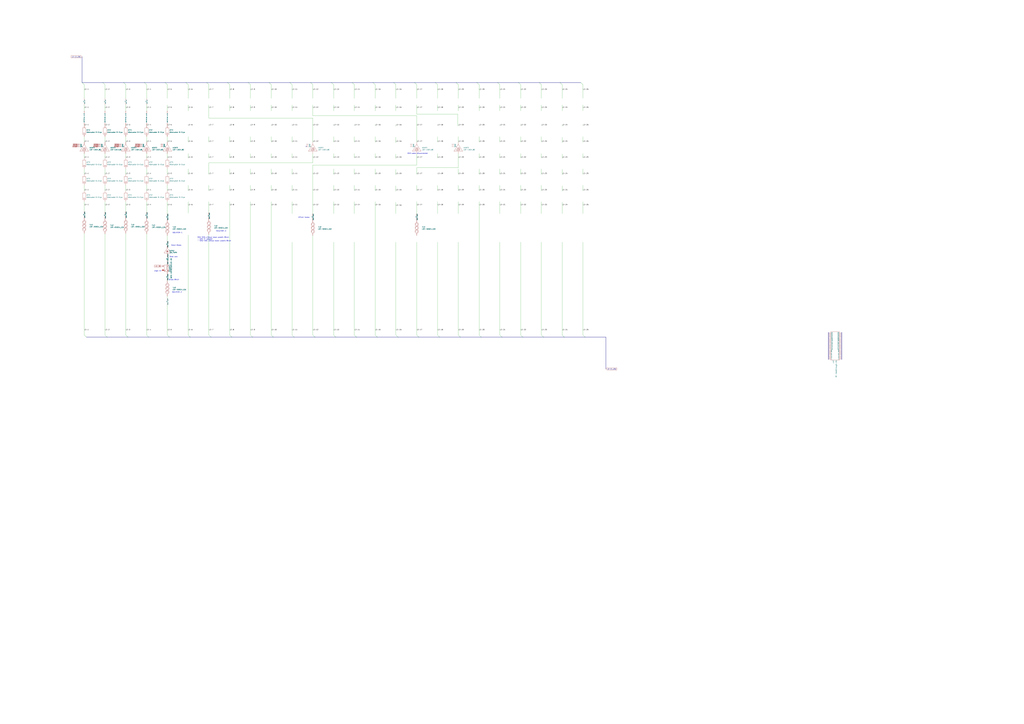
<source format=kicad_sch>
(kicad_sch (version 20230121) (generator eeschema)
  (paper "A0")
  (lib_symbols
    (symbol "Quantum Computing:Attenuator 0-Cryo" (on_board no)
      (property "Reference" "ATT" (at 2.54 1.27 0))
      (property "Value" "Attenuator 0-Cryo" (at 2.54 -1.27 0))
      (symbol "Attenuator 0-Cryo_1_1"
        (pin bidirectional line (at 0 -6.35 90) (length 2.54) (name "") (number ""))
        (pin bidirectional line (at 0 6.35 270) (length 2.54) (name "") (number ""))
      )
    )
    (symbol "Quantum Computing:COAX-6FT"
      (property "Reference" "L:" (at 0 0.635 0))
      (property "Value" "COAX-6FT" (at 0 -0.635 0))
      (symbol "COAX-6FT_1_1"
        (pin bidirectional line (at -3.81 0 0) (length 2.54) (name "") (number ""))
        (pin bidirectional line (at 3.81 0 180) (length 2.54) (name "") (number ""))
      )
    )
    (symbol "Quantum Computing:LNF-ISISC4_12A" (on_board no)
      (property "Reference" "TJI" (at 6.096 1.016 0))
      (property "Value" "LNF-ISISC4_12A" (at 6.096 -1.27 0))
      (symbol "LNF-ISISC4_12A_1_1"
        (pin input line (at 0 -8.89 90) (length 2.54) (name "") (number ""))
        (pin output line (at 0 8.89 270) (length 2.54) (name "") (number ""))
      )
    )
    (symbol "Quantum Computing:LNF-LNC4_8C" (on_board no)
      (property "Reference" "HEMT" (at 6.096 1.016 0))
      (property "Value" "LNF-LNC4_8C" (at 6.096 -1.27 0))
      (symbol "LNF-LNC4_8C_0_0"
        (text "HEMT" (at 0 -1.524 0) (effects (font (size 1.27 1.27))))
        (text "LNA" (at 0 0.508 0) (effects (font (size 1.27 1.27))))
      )
      (symbol "LNF-LNC4_8C_1_1"
        (pin input line (at 0 -5.715 90) (length 2.54) (name "") (number ""))
        (pin output line (at 0 7.62 270) (length 2.54) (name "") (number ""))
        (pin power_in line (at -7.62 3.81 0) (length 2.54) (name "Vd") (number ""))
        (pin power_in line (at -7.62 5.08 0) (length 2.54) (name "Vg") (number ""))
        (pin power_in line (at -7.62 2.54 0) (length 2.54) (name "gnd") (number ""))
      )
    )
    (symbol "Quantum Computing:NbTi-RF-line"
      (property "Reference" "LX-X" (at 3.81 0 0))
      (property "Value" "NbTi-RF-line" (at -1.905 0 0))
      (symbol "NbTi-RF-line_1_1"
        (pin bidirectional line (at -8.255 0 0) (length 2.54) (name "") (number ""))
        (pin bidirectional line (at 8.255 0 180) (length 2.54) (name "") (number ""))
      )
    )
    (symbol "Quantum Computing:QMC-CRYOCOUPLER-20"
      (property "Reference" "Coupler" (at 0 -2.54 0))
      (property "Value" "QMC-CRYOCOUPLER-20" (at 0 -4.445 0))
      (symbol "QMC-CRYOCOUPLER-20_1_0"
        (text "50Ω" (at -2.54 5.08 0) (effects (font (size 0.5 0.5))))
        (text "in" (at -3.175 -0.635 0) (effects (font (size 0.6 0.6)) (justify left)))
        (text "out" (at 3.175 -0.635 0) (effects (font (size 0.6 0.6)) (justify right)))
      )
      (symbol "QMC-CRYOCOUPLER-20_1_1"
        (pin output line (at -6.35 0 0) (length 2.54) (name "") (number ""))
        (pin input line (at 6.35 0 180) (length 2.54) (name "") (number ""))
        (pin input line (at 2.54 6.35 270) (length 2.54) (name "") (number "20dB"))
      )
    )
    (symbol "Quantum Computing:RF-Feedthrough-25"
      (property "Reference" "LX" (at -18.415 1.905 0))
      (property "Value" "RF-Feedthrough-25" (at -26.67 -1.27 0))
      (symbol "RF-Feedthrough-25_1_1"
        (pin bidirectional line (at -15.24 -7.62 90) (length 2.54) (name "1") (number ""))
        (pin bidirectional line (at -15.24 7.62 270) (length 2.54) (name "1") (number ""))
        (pin bidirectional line (at -3.81 -7.62 90) (length 2.54) (name "10") (number ""))
        (pin bidirectional line (at -3.81 7.62 270) (length 2.54) (name "10") (number ""))
        (pin bidirectional line (at -2.54 -7.62 90) (length 2.54) (name "11") (number ""))
        (pin bidirectional line (at -2.54 7.62 270) (length 2.54) (name "11") (number ""))
        (pin bidirectional line (at -1.27 -7.62 90) (length 2.54) (name "12") (number ""))
        (pin bidirectional line (at -1.27 7.62 270) (length 2.54) (name "12") (number ""))
        (pin bidirectional line (at 0 -7.62 90) (length 2.54) (name "13") (number ""))
        (pin bidirectional line (at 0 7.62 270) (length 2.54) (name "13") (number ""))
        (pin bidirectional line (at 1.27 -7.62 90) (length 2.54) (name "14") (number ""))
        (pin bidirectional line (at 1.27 7.62 270) (length 2.54) (name "14") (number ""))
        (pin bidirectional line (at 2.54 -7.62 90) (length 2.54) (name "15") (number ""))
        (pin bidirectional line (at 2.54 7.62 270) (length 2.54) (name "15") (number ""))
        (pin bidirectional line (at 3.81 -7.62 90) (length 2.54) (name "16") (number ""))
        (pin bidirectional line (at 3.81 7.62 270) (length 2.54) (name "16") (number ""))
        (pin bidirectional line (at 5.08 -7.62 90) (length 2.54) (name "17") (number ""))
        (pin bidirectional line (at 5.08 7.62 270) (length 2.54) (name "17") (number ""))
        (pin bidirectional line (at 6.35 -7.62 90) (length 2.54) (name "18") (number ""))
        (pin bidirectional line (at 6.35 7.62 270) (length 2.54) (name "18") (number ""))
        (pin bidirectional line (at 7.62 -7.62 90) (length 2.54) (name "19") (number ""))
        (pin bidirectional line (at 7.62 7.62 270) (length 2.54) (name "19") (number ""))
        (pin bidirectional line (at -13.97 -7.62 90) (length 2.54) (name "2") (number ""))
        (pin bidirectional line (at -13.97 7.62 270) (length 2.54) (name "2") (number ""))
        (pin bidirectional line (at 8.89 -7.62 90) (length 2.54) (name "20") (number ""))
        (pin bidirectional line (at 8.89 7.62 270) (length 2.54) (name "20") (number ""))
        (pin bidirectional line (at 10.16 -7.62 90) (length 2.54) (name "21") (number ""))
        (pin bidirectional line (at 10.16 7.62 270) (length 2.54) (name "21") (number ""))
        (pin bidirectional line (at 11.43 -7.62 90) (length 2.54) (name "22") (number ""))
        (pin bidirectional line (at 11.43 7.62 270) (length 2.54) (name "22") (number ""))
        (pin bidirectional line (at 12.7 -7.62 90) (length 2.54) (name "23") (number ""))
        (pin bidirectional line (at 12.7 7.62 270) (length 2.54) (name "23") (number ""))
        (pin bidirectional line (at 13.97 -7.62 90) (length 2.54) (name "24") (number ""))
        (pin bidirectional line (at 13.97 7.62 270) (length 2.54) (name "24") (number ""))
        (pin bidirectional line (at 15.24 -7.62 90) (length 2.54) (name "25") (number ""))
        (pin bidirectional line (at 15.24 7.62 270) (length 2.54) (name "25") (number ""))
        (pin bidirectional line (at -12.7 -7.62 90) (length 2.54) (name "3") (number ""))
        (pin bidirectional line (at -12.7 7.62 270) (length 2.54) (name "3") (number ""))
        (pin bidirectional line (at -11.43 -7.62 90) (length 2.54) (name "4") (number ""))
        (pin bidirectional line (at -11.43 7.62 270) (length 2.54) (name "4") (number ""))
        (pin bidirectional line (at -10.16 -7.62 90) (length 2.54) (name "5") (number ""))
        (pin bidirectional line (at -10.16 7.62 270) (length 2.54) (name "5") (number ""))
        (pin bidirectional line (at -8.89 -7.62 90) (length 2.54) (name "6") (number ""))
        (pin bidirectional line (at -8.89 7.62 270) (length 2.54) (name "6") (number ""))
        (pin bidirectional line (at -7.62 -7.62 90) (length 2.54) (name "7") (number ""))
        (pin bidirectional line (at -7.62 7.62 270) (length 2.54) (name "7") (number ""))
        (pin bidirectional line (at -6.35 -7.62 90) (length 2.54) (name "8") (number ""))
        (pin bidirectional line (at -6.35 7.62 270) (length 2.54) (name "8") (number ""))
        (pin bidirectional line (at -5.08 -7.62 90) (length 2.54) (name "9") (number ""))
        (pin bidirectional line (at -5.08 7.62 270) (length 2.54) (name "9") (number ""))
      )
    )
    (symbol "Quantum Computing:SMA-SMA"
      (property "Reference" "L:" (at 0 0.635 0))
      (property "Value" "SMA-SMA" (at 0 -1.27 0))
      (symbol "SMA-SMA_1_1"
        (pin bidirectional line (at -3.81 0 0) (length 2.54) (name "") (number ""))
        (pin bidirectional line (at 3.81 0 180) (length 2.54) (name "") (number ""))
      )
    )
    (symbol "Quantum Computing:SMA-SMA_small"
      (property "Reference" "L:" (at 0 0.635 0))
      (property "Value" "SMA-SMA_small" (at 0 -1.27 0))
      (symbol "SMA-SMA_small_1_1"
        (pin bidirectional line (at -4.445 0 0) (length 2.54) (name "") (number ""))
        (pin bidirectional line (at 4.445 0 180) (length 2.54) (name "") (number ""))
      )
    )
    (symbol "Quantum Computing:SMA-SMP"
      (property "Reference" "L:" (at 0 0.635 0))
      (property "Value" "SMA-SMP" (at 0 -1.27 0))
      (symbol "SMA-SMP_1_1"
        (pin bidirectional line (at -3.81 0 0) (length 2.54) (name "") (number ""))
        (pin bidirectional line (at 3.81 0 180) (length 2.54) (name "") (number ""))
      )
    )
    (symbol "Quantum Computing:SW_TWPA"
      (property "Reference" "TWPA" (at 7.62 2.54 0))
      (property "Value" "SW_TWPA" (at 9.525 0.635 0))
      (symbol "SW_TWPA_0_0"
        (text "SW" (at 0 2.54 0) (effects (font (size 0.7 0.7))))
      )
      (symbol "SW_TWPA_1_1"
        (pin input line (at 0 -2.54 90) (length 2.54) (name "") (number ""))
        (pin output line (at 0 8.255 270) (length 2.54) (name "") (number ""))
      )
    )
  )
  (no_connect (at 962.025 401.955))
  (no_connect (at 962.025 398.145))
  (no_connect (at 977.265 408.305))
  (no_connect (at 977.265 386.715))
  (no_connect (at 962.025 407.035))
  (no_connect (at 977.265 414.655))
  (no_connect (at 962.025 386.715))
  (no_connect (at 962.025 399.415))
  (no_connect (at 977.265 403.225))
  (no_connect (at 962.025 409.575))
  (no_connect (at 977.265 389.255))
  (no_connect (at 962.025 405.765))
  (no_connect (at 977.265 395.605))
  (no_connect (at 962.025 393.065))
  (no_connect (at 977.265 396.875))
  (no_connect (at 962.025 413.385))
  (no_connect (at 962.025 396.875))
  (no_connect (at 977.265 409.575))
  (no_connect (at 977.265 387.985))
  (no_connect (at 977.265 404.495))
  (no_connect (at 962.025 389.255))
  (no_connect (at 962.025 410.845))
  (no_connect (at 962.025 414.655))
  (no_connect (at 977.265 410.845))
  (no_connect (at 977.265 393.065))
  (no_connect (at 977.265 412.115))
  (no_connect (at 977.265 390.525))
  (no_connect (at 977.265 394.335))
  (no_connect (at 962.025 408.305))
  (no_connect (at 962.025 403.225))
  (no_connect (at 962.025 391.795))
  (no_connect (at 977.265 399.415))
  (no_connect (at 977.265 407.035))
  (no_connect (at 962.025 387.985))
  (no_connect (at 977.265 413.385))
  (no_connect (at 962.025 395.605))
  (no_connect (at 962.025 394.335))
  (no_connect (at 962.025 404.495))
  (no_connect (at 962.025 417.195))
  (no_connect (at 977.265 398.145))
  (no_connect (at 355.6 170.18))
  (no_connect (at 962.025 415.925))
  (no_connect (at 977.265 405.765))
  (no_connect (at 962.025 412.115))
  (no_connect (at 977.265 415.925))
  (no_connect (at 977.265 400.685))
  (no_connect (at 962.025 390.525))
  (no_connect (at 962.025 400.685))
  (no_connect (at 977.265 391.795))
  (no_connect (at 977.265 401.955))
  (no_connect (at 977.265 417.195))
  (bus_entry (at 435.61 98.425) (size -2.54 -2.54))
  (bus_entry (at 97.79 98.425) (size -2.54 -2.54))
  (bus_entry (at 628.65 389.255) (size 2.54 2.54))
  (bus_entry (at 411.48 98.425) (size -2.54 -2.54))
  (bus_entry (at 194.31 98.425) (size -2.54 -2.54))
  (bus_entry (at 363.22 389.255) (size 2.54 2.54))
  (bus_entry (at 604.52 389.255) (size 2.54 2.54))
  (bus_entry (at 556.26 98.425) (size -2.54 -2.54))
  (bus_entry (at 170.18 98.425) (size -2.54 -2.54))
  (bus_entry (at 652.78 98.425) (size -2.54 -2.54))
  (bus_entry (at 290.83 389.255) (size 2.54 2.54))
  (bus_entry (at 411.48 389.255) (size 2.54 2.54))
  (bus_entry (at 532.13 389.255) (size 2.54 2.54))
  (bus_entry (at 339.09 389.255) (size 2.54 2.54))
  (bus_entry (at 339.09 98.425) (size -2.54 -2.54))
  (bus_entry (at 194.31 389.255) (size 2.54 2.54))
  (bus_entry (at 387.35 98.425) (size -2.54 -2.54))
  (bus_entry (at 218.44 389.255) (size 2.54 2.54))
  (bus_entry (at 363.22 98.425) (size -2.54 -2.54))
  (bus_entry (at 556.26 389.255) (size 2.54 2.54))
  (bus_entry (at 242.57 98.425) (size -2.54 -2.54))
  (bus_entry (at 459.74 389.255) (size 2.54 2.54))
  (bus_entry (at 290.83 98.425) (size -2.54 -2.54))
  (bus_entry (at 218.44 98.425) (size -2.54 -2.54))
  (bus_entry (at 580.39 389.255) (size 2.54 2.54))
  (bus_entry (at 266.7 389.255) (size 2.54 2.54))
  (bus_entry (at 459.74 98.425) (size -2.54 -2.54))
  (bus_entry (at 580.39 98.425) (size -2.54 -2.54))
  (bus_entry (at 146.05 98.425) (size -2.54 -2.54))
  (bus_entry (at 121.92 98.425) (size -2.54 -2.54))
  (bus_entry (at 242.57 389.255) (size 2.54 2.54))
  (bus_entry (at 483.87 389.255) (size 2.54 2.54))
  (bus_entry (at 676.91 98.425) (size -2.54 -2.54))
  (bus_entry (at 628.65 98.425) (size -2.54 -2.54))
  (bus_entry (at 170.18 389.255) (size 2.54 2.54))
  (bus_entry (at 314.96 389.255) (size 2.54 2.54))
  (bus_entry (at 314.96 98.425) (size -2.54 -2.54))
  (bus_entry (at 652.78 389.255) (size 2.54 2.54))
  (bus_entry (at 435.61 389.255) (size 2.54 2.54))
  (bus_entry (at 146.05 389.255) (size 2.54 2.54))
  (bus_entry (at 266.7 98.425) (size -2.54 -2.54))
  (bus_entry (at 532.13 98.425) (size -2.54 -2.54))
  (bus_entry (at 97.79 389.255) (size 2.54 2.54))
  (bus_entry (at 508 98.425) (size -2.54 -2.54))
  (bus_entry (at 121.92 389.255) (size 2.54 2.54))
  (bus_entry (at 508 389.255) (size 2.54 2.54))
  (bus_entry (at 387.35 389.255) (size 2.54 2.54))
  (bus_entry (at 604.52 98.425) (size -2.54 -2.54))
  (bus_entry (at 483.87 98.425) (size -2.54 -2.54))
  (bus_entry (at 676.91 389.255) (size 2.54 2.54))
  (wire (pts (xy 121.92 121.92) (xy 121.92 128.905)))
  (bus (pts (xy 191.77 95.885) (xy 167.64 95.885)))
  (wire (pts (xy 556.26 234.315) (xy 556.26 389.255)))
  (bus (pts (xy 414.02 391.795) (xy 438.15 391.795)))
  (wire (pts (xy 194.31 98.425) (xy 194.31 114.3)))
  (wire (pts (xy 652.78 196.85) (xy 652.78 203.2)))
  (wire (pts (xy 121.92 234.315) (xy 121.92 246.38)))
  (wire (pts (xy 676.91 158.75) (xy 676.91 165.1)))
  (wire (pts (xy 652.78 98.425) (xy 652.78 114.3)))
  (wire (pts (xy 628.65 121.92) (xy 628.65 128.905)))
  (wire (pts (xy 531.495 132.715) (xy 531.495 146.05)))
  (bus (pts (xy 360.68 95.885) (xy 336.55 95.885)))
  (wire (pts (xy 363.22 98.425) (xy 363.22 114.3)))
  (bus (pts (xy 389.89 391.795) (xy 414.02 391.795)))
  (bus (pts (xy 582.93 391.795) (xy 607.06 391.795)))
  (wire (pts (xy 676.91 178.435) (xy 676.91 183.515)))
  (bus (pts (xy 220.98 391.795) (xy 245.11 391.795)))
  (bus (pts (xy 143.51 95.885) (xy 119.38 95.885)))
  (wire (pts (xy 97.79 158.75) (xy 97.79 165.1)))
  (wire (pts (xy 314.96 145.415) (xy 314.96 146.05)))
  (bus (pts (xy 457.2 95.885) (xy 433.07 95.885)))
  (wire (pts (xy 170.18 271.78) (xy 170.18 389.255)))
  (wire (pts (xy 218.44 196.215) (xy 218.44 202.565)))
  (wire (pts (xy 508 281.305) (xy 508 389.255)))
  (wire (pts (xy 242.57 145.415) (xy 242.57 146.05)))
  (wire (pts (xy 411.48 281.305) (xy 411.48 389.255)))
  (wire (pts (xy 676.91 215.265) (xy 676.91 221.615)))
  (wire (pts (xy 676.91 145.415) (xy 676.91 146.05)))
  (wire (pts (xy 314.96 158.75) (xy 314.96 165.1)))
  (wire (pts (xy 459.74 159.385) (xy 459.74 165.735)))
  (wire (pts (xy 628.65 158.75) (xy 628.65 165.1)))
  (bus (pts (xy 408.94 95.885) (xy 384.81 95.885)))
  (wire (pts (xy 97.79 121.92) (xy 97.79 128.905)))
  (bus (pts (xy 341.63 391.795) (xy 365.76 391.795)))
  (wire (pts (xy 387.35 98.425) (xy 387.35 114.3)))
  (bus (pts (xy 215.9 95.885) (xy 191.77 95.885)))
  (wire (pts (xy 387.35 281.305) (xy 387.35 389.255)))
  (wire (pts (xy 483.87 121.92) (xy 483.87 132.715)))
  (wire (pts (xy 459.74 98.425) (xy 459.74 114.3)))
  (wire (pts (xy 146.05 215.265) (xy 146.05 221.615)))
  (wire (pts (xy 604.52 196.215) (xy 604.52 202.565)))
  (bus (pts (xy 534.67 391.795) (xy 558.8 391.795)))
  (wire (pts (xy 290.83 178.435) (xy 290.83 183.515)))
  (wire (pts (xy 170.18 215.265) (xy 170.18 221.615)))
  (wire (pts (xy 556.26 158.75) (xy 556.26 165.1)))
  (bus (pts (xy 505.46 95.885) (xy 481.33 95.885)))
  (wire (pts (xy 483.87 132.715) (xy 531.495 132.715)))
  (wire (pts (xy 435.61 121.92) (xy 435.61 128.905)))
  (wire (pts (xy 411.48 121.92) (xy 411.48 128.905)))
  (bus (pts (xy 433.07 95.885) (xy 408.94 95.885)))
  (wire (pts (xy 242.57 121.92) (xy 242.57 137.16)))
  (wire (pts (xy 194.31 234.315) (xy 194.31 248.285)))
  (wire (pts (xy 363.22 178.435) (xy 363.22 189.23)))
  (wire (pts (xy 604.52 281.305) (xy 604.52 389.255)))
  (wire (pts (xy 676.91 98.425) (xy 676.91 114.3)))
  (wire (pts (xy 411.48 215.265) (xy 411.48 221.615)))
  (wire (pts (xy 628.65 234.315) (xy 628.65 248.285)))
  (wire (pts (xy 339.09 145.415) (xy 339.09 146.05)))
  (wire (pts (xy 387.35 234.315) (xy 387.35 248.285)))
  (wire (pts (xy 508 121.92) (xy 508 128.905)))
  (wire (pts (xy 628.65 98.425) (xy 628.65 114.3)))
  (bus (pts (xy 577.85 95.885) (xy 553.72 95.885)))
  (wire (pts (xy 604.52 98.425) (xy 604.52 114.3)))
  (wire (pts (xy 97.79 215.265) (xy 97.79 221.615)))
  (bus (pts (xy 245.11 391.795) (xy 269.24 391.795)))
  (wire (pts (xy 97.79 145.415) (xy 97.79 146.05)))
  (wire (pts (xy 266.7 178.435) (xy 266.7 183.515)))
  (bus (pts (xy 486.41 391.795) (xy 510.54 391.795)))
  (bus (pts (xy 679.45 391.795) (xy 703.58 391.795)))
  (wire (pts (xy 411.48 145.415) (xy 411.48 146.05)))
  (wire (pts (xy 121.92 196.215) (xy 121.92 202.565)))
  (wire (pts (xy 266.7 215.265) (xy 266.7 221.615)))
  (wire (pts (xy 242.57 98.425) (xy 242.57 114.3)))
  (wire (pts (xy 532.13 121.92) (xy 532.13 128.905)))
  (wire (pts (xy 170.18 234.315) (xy 170.18 246.38)))
  (wire (pts (xy 580.39 121.92) (xy 580.39 128.905)))
  (wire (pts (xy 387.35 196.215) (xy 387.35 202.565)))
  (wire (pts (xy 652.78 121.92) (xy 652.78 128.905)))
  (wire (pts (xy 170.18 196.215) (xy 170.18 202.565)))
  (wire (pts (xy 532.13 281.305) (xy 532.13 389.255)))
  (wire (pts (xy 242.57 158.75) (xy 242.57 165.1)))
  (wire (pts (xy 387.35 215.265) (xy 387.35 221.615)))
  (wire (pts (xy 194.31 178.435) (xy 194.31 183.515)))
  (bus (pts (xy 626.11 95.885) (xy 601.98 95.885)))
  (wire (pts (xy 652.78 179.07) (xy 652.78 184.15)))
  (wire (pts (xy 121.92 145.415) (xy 121.92 146.05)))
  (wire (pts (xy 266.7 98.425) (xy 266.7 114.3)))
  (wire (pts (xy 290.83 234.315) (xy 290.83 389.255)))
  (bus (pts (xy 703.58 391.795) (xy 703.58 428.625)))
  (wire (pts (xy 218.44 178.435) (xy 218.44 183.515)))
  (wire (pts (xy 194.31 273.685) (xy 194.31 280.035)))
  (bus (pts (xy 312.42 95.885) (xy 288.29 95.885)))
  (wire (pts (xy 97.79 234.315) (xy 97.79 245.745)))
  (wire (pts (xy 580.39 178.435) (xy 580.39 183.515)))
  (wire (pts (xy 363.22 273.685) (xy 363.22 389.255)))
  (wire (pts (xy 459.74 145.415) (xy 459.74 146.685)))
  (wire (pts (xy 363.22 137.16) (xy 363.22 165.1)))
  (wire (pts (xy 652.78 145.415) (xy 652.78 146.685)))
  (bus (pts (xy 438.15 391.795) (xy 462.28 391.795)))
  (wire (pts (xy 532.13 145.415) (xy 532.13 146.05)))
  (wire (pts (xy 314.96 196.215) (xy 314.96 202.565)))
  (wire (pts (xy 676.91 121.92) (xy 676.91 128.905)))
  (wire (pts (xy 628.65 215.265) (xy 628.65 221.615)))
  (wire (pts (xy 266.7 158.75) (xy 266.7 165.1)))
  (wire (pts (xy 121.92 158.75) (xy 121.92 165.1)))
  (wire (pts (xy 435.61 196.215) (xy 435.61 202.565)))
  (wire (pts (xy 218.44 234.315) (xy 218.44 247.65)))
  (wire (pts (xy 387.35 178.435) (xy 387.35 183.515)))
  (wire (pts (xy 218.44 145.415) (xy 218.44 146.05)))
  (bus (pts (xy 553.72 95.885) (xy 529.59 95.885)))
  (wire (pts (xy 194.31 354.33) (xy 194.31 389.255)))
  (wire (pts (xy 97.79 271.145) (xy 97.79 389.255)))
  (wire (pts (xy 580.39 158.75) (xy 580.39 165.1)))
  (wire (pts (xy 314.96 98.425) (xy 314.96 114.3)))
  (wire (pts (xy 170.18 145.415) (xy 170.18 146.05)))
  (wire (pts (xy 218.44 121.92) (xy 218.44 128.905)))
  (wire (pts (xy 604.52 234.315) (xy 604.52 248.285)))
  (wire (pts (xy 97.79 196.215) (xy 97.79 202.565)))
  (bus (pts (xy 196.85 391.795) (xy 220.98 391.795)))
  (wire (pts (xy 242.57 189.23) (xy 363.22 189.23)))
  (wire (pts (xy 556.26 196.215) (xy 556.26 202.565)))
  (wire (pts (xy 435.61 234.315) (xy 435.61 389.255)))
  (wire (pts (xy 604.52 215.265) (xy 604.52 221.615)))
  (wire (pts (xy 435.61 215.265) (xy 435.61 221.615)))
  (wire (pts (xy 290.83 215.265) (xy 290.83 221.615)))
  (wire (pts (xy 459.74 215.9) (xy 459.74 222.25)))
  (wire (pts (xy 170.18 98.425) (xy 170.18 114.3)))
  (wire (pts (xy 339.09 281.305) (xy 339.09 389.255)))
  (bus (pts (xy 674.37 95.885) (xy 650.24 95.885)))
  (wire (pts (xy 363.22 191.77) (xy 483.87 191.77)))
  (wire (pts (xy 242.57 215.265) (xy 242.57 221.615)))
  (bus (pts (xy 95.25 95.885) (xy 95.25 66.04)))
  (bus (pts (xy 119.38 95.885) (xy 95.25 95.885)))
  (wire (pts (xy 218.44 158.75) (xy 218.44 165.1)))
  (wire (pts (xy 604.52 145.415) (xy 604.52 146.05)))
  (bus (pts (xy 365.76 391.795) (xy 389.89 391.795)))
  (wire (pts (xy 604.52 121.92) (xy 604.52 128.905)))
  (wire (pts (xy 146.05 178.435) (xy 146.05 183.515)))
  (wire (pts (xy 146.05 158.75) (xy 146.05 165.1)))
  (wire (pts (xy 146.05 271.145) (xy 146.05 389.255)))
  (wire (pts (xy 242.57 234.315) (xy 242.57 247.015)))
  (wire (pts (xy 652.78 281.305) (xy 652.78 389.255)))
  (wire (pts (xy 435.61 98.425) (xy 435.61 114.3)))
  (wire (pts (xy 628.65 281.305) (xy 628.65 389.255)))
  (wire (pts (xy 435.61 145.415) (xy 435.61 146.05)))
  (wire (pts (xy 242.57 178.435) (xy 242.57 183.515)))
  (wire (pts (xy 483.87 194.945) (xy 532.13 194.945)))
  (wire (pts (xy 652.78 159.385) (xy 652.78 165.735)))
  (wire (pts (xy 435.61 178.435) (xy 435.61 183.515)))
  (wire (pts (xy 146.05 98.425) (xy 146.05 114.3)))
  (bus (pts (xy 167.64 95.885) (xy 143.51 95.885)))
  (bus (pts (xy 172.72 391.795) (xy 196.85 391.795)))
  (wire (pts (xy 580.39 281.305) (xy 580.39 389.255)))
  (wire (pts (xy 194.31 145.415) (xy 194.31 146.05)))
  (bus (pts (xy 607.06 391.795) (xy 631.19 391.795)))
  (wire (pts (xy 387.35 145.415) (xy 387.35 146.05)))
  (bus (pts (xy 481.33 95.885) (xy 457.2 95.885)))
  (wire (pts (xy 556.26 121.92) (xy 556.26 128.905)))
  (bus (pts (xy 317.5 391.795) (xy 341.63 391.795)))
  (wire (pts (xy 146.05 234.315) (xy 146.05 245.745)))
  (wire (pts (xy 435.61 158.75) (xy 435.61 165.1)))
  (wire (pts (xy 483.87 134.62) (xy 483.87 165.1)))
  (wire (pts (xy 508 158.75) (xy 508 165.1)))
  (bus (pts (xy 384.81 95.885) (xy 360.68 95.885)))
  (wire (pts (xy 339.09 215.265) (xy 339.09 221.615)))
  (wire (pts (xy 146.05 196.215) (xy 146.05 202.565)))
  (wire (pts (xy 508 215.265) (xy 508 221.615)))
  (wire (pts (xy 290.83 196.215) (xy 290.83 202.565)))
  (wire (pts (xy 121.92 271.78) (xy 121.92 389.255)))
  (wire (pts (xy 556.26 145.415) (xy 556.26 146.05)))
  (wire (pts (xy 556.26 215.265) (xy 556.26 221.615)))
  (wire (pts (xy 459.74 179.07) (xy 459.74 184.15)))
  (wire (pts (xy 339.09 121.92) (xy 339.09 128.905)))
  (wire (pts (xy 290.83 98.425) (xy 290.83 114.3)))
  (wire (pts (xy 242.57 272.415) (xy 242.57 389.255)))
  (bus (pts (xy 293.37 391.795) (xy 317.5 391.795)))
  (wire (pts (xy 290.83 158.75) (xy 290.83 165.1)))
  (wire (pts (xy 290.83 145.415) (xy 290.83 146.05)))
  (wire (pts (xy 242.57 137.16) (xy 363.22 137.16)))
  (wire (pts (xy 121.92 215.265) (xy 121.92 221.615)))
  (wire (pts (xy 483.87 234.315) (xy 483.87 248.285)))
  (wire (pts (xy 146.05 145.415) (xy 146.05 146.05)))
  (wire (pts (xy 266.7 145.415) (xy 266.7 146.05)))
  (wire (pts (xy 387.35 121.92) (xy 387.35 128.905)))
  (bus (pts (xy 240.03 95.885) (xy 215.9 95.885)))
  (wire (pts (xy 121.92 98.425) (xy 121.92 114.3)))
  (wire (pts (xy 628.65 145.415) (xy 628.65 146.05)))
  (wire (pts (xy 339.09 178.435) (xy 339.09 183.515)))
  (bus (pts (xy 631.19 391.795) (xy 655.32 391.795)))
  (wire (pts (xy 628.65 196.215) (xy 628.65 202.565)))
  (wire (pts (xy 652.78 215.9) (xy 652.78 222.25)))
  (wire (pts (xy 170.18 158.75) (xy 170.18 165.1)))
  (wire (pts (xy 532.13 215.265) (xy 532.13 221.615)))
  (bus (pts (xy 529.59 95.885) (xy 505.46 95.885)))
  (wire (pts (xy 314.96 215.265) (xy 314.96 221.615)))
  (wire (pts (xy 411.48 98.425) (xy 411.48 114.3)))
  (wire (pts (xy 411.48 178.435) (xy 411.48 183.515)))
  (wire (pts (xy 459.74 234.95) (xy 459.74 248.285)))
  (bus (pts (xy 269.24 391.795) (xy 293.37 391.795)))
  (bus (pts (xy 510.54 391.795) (xy 534.67 391.795)))
  (wire (pts (xy 339.09 158.75) (xy 339.09 165.1)))
  (wire (pts (xy 242.57 189.23) (xy 242.57 202.565)))
  (wire (pts (xy 532.13 234.315) (xy 532.13 248.285)))
  (wire (pts (xy 339.09 234.315) (xy 339.09 248.285)))
  (wire (pts (xy 532.13 158.75) (xy 532.13 165.1)))
  (wire (pts (xy 387.35 158.75) (xy 387.35 165.1)))
  (wire (pts (xy 411.48 158.75) (xy 411.48 165.1)))
  (wire (pts (xy 339.09 196.215) (xy 339.09 202.565)))
  (wire (pts (xy 483.87 281.305) (xy 483.87 389.255)))
  (wire (pts (xy 194.31 325.755) (xy 194.31 326.39)))
  (wire (pts (xy 483.87 194.945) (xy 483.87 202.565)))
  (wire (pts (xy 411.48 196.215) (xy 411.48 202.565)))
  (wire (pts (xy 556.26 178.435) (xy 556.26 183.515)))
  (wire (pts (xy 314.96 234.315) (xy 314.96 389.255)))
  (wire (pts (xy 97.79 98.425) (xy 97.79 114.3)))
  (wire (pts (xy 483.87 98.425) (xy 483.87 114.3)))
  (wire (pts (xy 194.31 196.215) (xy 194.31 202.565)))
  (wire (pts (xy 483.87 215.265) (xy 483.87 221.615)))
  (wire (pts (xy 483.87 178.435) (xy 483.87 191.77)))
  (wire (pts (xy 97.79 178.435) (xy 97.79 183.515)))
  (wire (pts (xy 604.52 158.75) (xy 604.52 165.1)))
  (wire (pts (xy 170.18 178.435) (xy 170.18 183.515)))
  (bus (pts (xy 336.55 95.885) (xy 312.42 95.885)))
  (wire (pts (xy 580.39 196.215) (xy 580.39 202.565)))
  (wire (pts (xy 508 98.425) (xy 508 114.3)))
  (wire (pts (xy 508 234.315) (xy 508 248.285)))
  (bus (pts (xy 124.46 391.795) (xy 148.59 391.795)))
  (wire (pts (xy 532.13 178.435) (xy 532.13 194.945)))
  (wire (pts (xy 580.39 145.415) (xy 580.39 146.05)))
  (wire (pts (xy 532.13 196.215) (xy 532.13 202.565)))
  (bus (pts (xy 655.32 391.795) (xy 679.45 391.795)))
  (wire (pts (xy 170.18 121.92) (xy 170.18 128.905)))
  (bus (pts (xy 148.59 391.795) (xy 172.72 391.795)))
  (wire (pts (xy 459.74 196.85) (xy 459.74 203.2)))
  (wire (pts (xy 146.05 121.92) (xy 146.05 128.905)))
  (wire (pts (xy 676.91 281.305) (xy 676.91 389.255)))
  (wire (pts (xy 266.7 121.92) (xy 266.7 128.905)))
  (wire (pts (xy 676.91 234.315) (xy 676.91 248.285)))
  (wire (pts (xy 194.31 121.92) (xy 194.31 128.905)))
  (wire (pts (xy 363.22 191.77) (xy 363.22 248.285)))
  (wire (pts (xy 459.74 121.92) (xy 459.74 128.905)))
  (wire (pts (xy 218.44 273.05) (xy 218.44 389.255)))
  (wire (pts (xy 580.39 234.315) (xy 580.39 248.285)))
  (bus (pts (xy 264.16 95.885) (xy 240.03 95.885)))
  (bus (pts (xy 558.8 391.795) (xy 582.93 391.795)))
  (wire (pts (xy 459.74 281.305) (xy 459.74 389.255)))
  (wire (pts (xy 314.96 121.92) (xy 314.96 128.905)))
  (wire (pts (xy 532.13 98.425) (xy 532.13 114.3)))
  (wire (pts (xy 652.78 234.95) (xy 652.78 248.285)))
  (wire (pts (xy 628.65 178.435) (xy 628.65 183.515)))
  (wire (pts (xy 339.09 98.425) (xy 339.09 114.3)))
  (wire (pts (xy 508 145.415) (xy 508 146.05)))
  (wire (pts (xy 290.83 121.92) (xy 290.83 128.905)))
  (wire (pts (xy 194.31 215.265) (xy 194.31 221.615)))
  (wire (pts (xy 411.48 234.315) (xy 411.48 248.285)))
  (wire (pts (xy 218.44 98.425) (xy 218.44 114.3)))
  (bus (pts (xy 100.33 391.795) (xy 124.46 391.795)))
  (wire (pts (xy 676.91 196.215) (xy 676.91 202.565)))
  (wire (pts (xy 266.7 234.315) (xy 266.7 389.255)))
  (wire (pts (xy 194.31 158.75) (xy 194.31 165.1)))
  (bus (pts (xy 601.98 95.885) (xy 577.85 95.885)))
  (wire (pts (xy 508 178.435) (xy 508 183.515)))
  (bus (pts (xy 288.29 95.885) (xy 264.16 95.885)))
  (wire (pts (xy 556.26 98.425) (xy 556.26 114.3)))
  (wire (pts (xy 363.22 121.92) (xy 363.22 134.62)))
  (wire (pts (xy 580.39 98.425) (xy 580.39 114.3)))
  (wire (pts (xy 363.22 134.62) (xy 483.87 134.62)))
  (wire (pts (xy 194.31 344.17) (xy 194.31 346.71)))
  (wire (pts (xy 218.44 215.265) (xy 218.44 221.615)))
  (bus (pts (xy 462.28 391.795) (xy 486.41 391.795)))
  (wire (pts (xy 121.92 178.435) (xy 121.92 183.515)))
  (wire (pts (xy 314.96 178.435) (xy 314.96 183.515)))
  (bus (pts (xy 650.24 95.885) (xy 626.11 95.885)))
  (wire (pts (xy 580.39 215.265) (xy 580.39 221.615)))
  (wire (pts (xy 604.52 178.435) (xy 604.52 183.515)))
  (wire (pts (xy 266.7 196.215) (xy 266.7 202.565)))
  (text "SMA-SMA without black plastic 8inch \n- SMA FF adaptor \n- SMA-SMA without black plastic 8inch" (at 229.235 280.67 0) (effects (font (size 1.27 1.27)) (justify left bottom)))
  (text "ISOLATOR-1\n" (at 200.025 271.145 0) (effects (font (size 1.27 1.27)) (justify left bottom)))
  (text "Steel one\n" (at 196.85 299.085 0) (effects (font (size 1.27 1.27)) (justify left bottom)))
  (text "argo-11\n" (at 179.07 315.595 0) (effects (font (size 1.27 1.27)) (justify left bottom)))
  (text "12inch-brass" (at 346.075 253.365 0) (effects (font (size 1.27 1.27)) (justify left bottom)))
  (text "Brass 8inch" (at 196.215 325.755 0) (effects (font (size 1.27 1.27)) (justify left bottom)))
  (text "Small Brass" (at 198.755 285.75 0) (effects (font (size 1.27 1.27)) (justify left bottom)))
  (text "ISOLATOR-2\n\n" (at 199.39 342.265 0) (effects (font (size 1.27 1.27)) (justify left bottom)))
  (text "GND cable disconnected" (at 473.075 179.07 0) (effects (font (size 1.27 1.27)) (justify left bottom)))
  (text "ISOLATOR-3" (at 250.825 269.24 0) (effects (font (size 1.27 1.27)) (justify left bottom)))
  (label "L2-13" (at 387.35 221.615 0))
  (label "L2-9" (at 290.83 146.05 0))
  (label "L2-7" (at 242.57 221.615 0))
  (label "L2-7" (at 242.57 125.73 0))
  (label "L2-7" (at 242.57 183.515 0))
  (label "L2-11" (at 339.09 384.175 0))
  (label "L2-22" (at 604.52 238.76 0))
  (label "L2-10" (at 314.96 202.565 0))
  (label "L2-11" (at 339.09 146.05 0))
  (label "L2-18" (at 508 202.565 0))
  (label "L2-13" (at 387.35 183.515 0))
  (label "L2-3" (at 146.05 146.05 0))
  (label "L2-22" (at 604.52 221.615 0))
  (label "L2-8" (at 266.7 125.73 0))
  (label "L2-13" (at 387.35 238.76 0))
  (label "L2-1" (at 97.79 221.615 0))
  (label "L2-10" (at 314.96 183.515 0))
  (label "L2-24" (at 652.78 165.1 0))
  (label "L2-23" (at 628.65 221.615 0))
  (label "L2-12" (at 363.22 125.73 0))
  (label "L2-11" (at 339.09 104.775 0))
  (label "L2-13" (at 387.35 384.175 0))
  (label "L2-22" (at 604.52 183.515 0))
  (label "L2-2" (at 121.92 104.775 0))
  (label "L2-17" (at 483.87 146.05 0))
  (label "L2-11" (at 339.09 125.73 0))
  (label "L2-1" (at 97.79 104.775 0))
  (label "L2-4" (at 170.18 384.175 0))
  (label "L2-14" (at 411.48 104.775 0))
  (label "L2-19" (at 532.13 104.775 0))
  (label "L2-1" (at 97.79 165.1 0))
  (label "L2-19" (at 532.13 165.1 0))
  (label "L2-17" (at 483.87 165.1 0))
  (label "L2-12" (at 363.22 238.76 0))
  (label "L2-13" (at 387.35 104.775 0))
  (label "L2-20" (at 556.26 202.565 0))
  (label "L2-14" (at 411.48 238.76 0))
  (label "L2-15" (at 435.61 125.73 0))
  (label "L2-19" (at 532.13 202.565 0))
  (label "L2-23" (at 628.65 104.775 0))
  (label "L2-19" (at 532.13 183.515 0))
  (label "L2-8" (at 266.7 104.775 0))
  (label "L2-10" (at 314.96 146.05 0))
  (label "L2-9" (at 290.83 183.515 0))
  (label "L2-24" (at 652.78 146.05 0))
  (label "L2-13" (at 387.35 202.565 0))
  (label "L2-18" (at 508 104.775 0))
  (label "L2-10" (at 314.96 165.1 0))
  (label "L2-5" (at 194.31 221.615 0))
  (label "L2-6" (at 218.44 183.515 0))
  (label "L2-15" (at 435.61 238.76 0))
  (label "L2-18" (at 508 146.05 0))
  (label "L2-20" (at 556.26 238.76 0))
  (label "L2-12" (at 363.22 221.615 0))
  (label "L2-10" (at 314.96 221.615 0))
  (label "L2-2" (at 121.92 238.76 0))
  (label "L2-17" (at 483.87 202.565 0))
  (label "L2-18" (at 508 238.76 0))
  (label "L2-9" (at 290.83 202.565 0))
  (label "L2-1" (at 97.79 183.515 0))
  (label "L2-9" (at 290.83 238.76 0))
  (label "L2-24" (at 652.78 125.73 0))
  (label "L2-4" (at 170.18 221.615 0))
  (label "L2-9" (at 290.83 104.775 0))
  (label "L2-5" (at 194.31 202.565 0))
  (label "L2-15" (at 435.61 202.565 0))
  (label "L2-24" (at 652.78 202.565 0))
  (label "L2-25" (at 676.91 146.05 0))
  (label "L2-22" (at 604.52 104.775 0))
  (label "L2-5" (at 194.31 165.1 0))
  (label "L2-15" (at 435.61 384.175 0))
  (label "L2-5" (at 194.31 384.175 0))
  (label "L2-4" (at 170.18 104.775 0))
  (label "L2-14" (at 411.48 384.175 0))
  (label "L2-12" (at 363.22 384.175 0))
  (label "L2-22" (at 604.52 202.565 0))
  (label "L2-8" (at 266.7 146.05 0))
  (label "L2-12" (at 363.22 183.515 0))
  (label "L2-18" (at 508 384.175 0))
  (label "L2-14" (at 411.48 221.615 0))
  (label "L2-8" (at 266.7 221.615 0))
  (label "L2-17" (at 483.87 221.615 0))
  (label "L2-5" (at 194.31 146.05 0))
  (label "L2-11" (at 339.09 183.515 0))
  (label "L2-2" (at 121.92 165.1 0))
  (label "L2-5" (at 194.31 238.76 0))
  (label "L2-2" (at 121.92 202.565 0))
  (label "L2-4" (at 170.18 202.565 0))
  (label "L2-5" (at 194.31 125.73 0))
  (label "L2-1" (at 97.79 238.76 0))
  (label "L2-9" (at 290.83 125.73 0))
  (label "L2-20" (at 556.26 165.1 0))
  (label "L2-7" (at 242.57 104.775 0))
  (label "L2-6" (at 218.44 146.05 0))
  (label "L2-16" (at 459.74 146.05 0))
  (label "L2-6" (at 218.44 165.1 0))
  (label "L2-14" (at 411.48 165.1 0))
  (label "L2-17" (at 483.87 125.73 0))
  (label "L2-22" (at 604.52 384.175 0))
  (label "L2-16" (at 459.74 239.395 0))
  (label "L2-23" (at 628.65 146.05 0))
  (label "L2-25" (at 676.91 202.565 0))
  (label "L2-14" (at 411.48 125.73 0))
  (label "L2-16" (at 459.74 183.515 0))
  (label "L2-3" (at 146.05 165.1 0))
  (label "L2-13" (at 387.35 165.1 0))
  (label "L2-6" (at 218.44 221.615 0))
  (label "L2-11" (at 339.09 221.615 0))
  (label "L2-3" (at 146.05 384.175 0))
  (label "L2-1" (at 97.79 125.73 0))
  (label "L2-20" (at 556.26 146.05 0))
  (label "L2-23" (at 628.65 202.565 0))
  (label "L2-22" (at 604.52 146.05 0))
  (label "L2-4" (at 170.18 146.05 0))
  (label "L2-25" (at 676.91 384.175 0))
  (label "L2-16" (at 459.74 202.565 0))
  (label "L2-16" (at 459.74 384.175 0))
  (label "L2-23" (at 628.65 384.175 0))
  (label "L2-6" (at 218.44 238.76 0))
  (label "L2-1" (at 97.79 202.565 0))
  (label "L2-22" (at 604.52 165.1 0))
  (label "L2-23" (at 628.65 165.1 0))
  (label "L2-16" (at 459.74 125.73 0))
  (label "L2-13" (at 387.35 125.73 0))
  (label "L2-5" (at 194.31 104.775 0))
  (label "L2-8" (at 266.7 238.76 0))
  (label "L2-16" (at 459.74 165.1 0))
  (label "L2-25" (at 676.91 165.1 0))
  (label "L2-11" (at 339.09 202.565 0))
  (label "L2-22" (at 604.52 125.73 0))
  (label "L2-21" (at 580.39 202.565 0))
  (label "L2-6" (at 218.44 202.565 0))
  (label "L2-12" (at 363.22 146.05 0))
  (label "L2-17" (at 483.87 384.175 0))
  (label "L2-10" (at 314.96 104.775 0))
  (label "L2-10" (at 314.96 238.76 0))
  (label "L2-3" (at 146.05 221.615 0))
  (label "L2-21" (at 580.39 104.775 0))
  (label "L2-1" (at 97.79 384.175 0))
  (label "L2-23" (at 628.65 125.73 0))
  (label "L2-11" (at 339.09 165.1 0))
  (label "L2-19" (at 532.13 125.73 0))
  (label "L2-3" (at 146.05 238.76 0))
  (label "L2-19" (at 532.13 146.05 0))
  (label "L2-3" (at 146.05 202.565 0))
  (label "L2-21" (at 580.39 238.76 0))
  (label "L2-1" (at 97.79 146.05 0))
  (label "L2-18" (at 508 221.615 0))
  (label "L2-14" (at 411.48 146.05 0))
  (label "L2-16" (at 459.74 104.775 0))
  (label "L2-7" (at 242.57 384.175 0))
  (label "L2-10" (at 314.96 384.175 0))
  (label "L2-14" (at 411.48 183.515 0))
  (label "L2-25" (at 676.91 104.775 0))
  (label "L2-8" (at 266.7 165.1 0))
  (label "L2-24" (at 652.78 221.615 0))
  (label "L2-17" (at 483.87 183.515 0))
  (label "L2-21" (at 580.39 146.05 0))
  (label "L2-18" (at 508 125.73 0))
  (label "L2-21" (at 580.39 125.73 0))
  (label "L2-6" (at 218.44 384.175 0))
  (label "L2-20" (at 556.26 384.175 0))
  (label "L2-3" (at 146.05 125.73 0))
  (label "L2-7" (at 242.57 165.1 0))
  (label "L2-3" (at 146.05 104.775 0))
  (label "L2-8" (at 266.7 384.175 0))
  (label "L2-4" (at 170.18 165.1 0))
  (label "L2-21" (at 580.39 183.515 0))
  (label "L2-7" (at 242.57 238.76 0))
  (label "L2-24" (at 652.78 238.76 0))
  (label "L2-15" (at 435.61 165.1 0))
  (label "L2-8" (at 266.7 202.565 0))
  (label "L2-13" (at 387.35 146.05 0))
  (label "L2-4" (at 170.18 125.73 0))
  (label "L2-2" (at 121.92 146.05 0))
  (label "L2-2" (at 121.92 384.175 0))
  (label "L2-24" (at 652.78 104.775 0))
  (label "L2-2" (at 121.92 125.73 0))
  (label "L2-25" (at 676.91 183.515 0))
  (label "L2-15" (at 435.61 183.515 0))
  (label "L2-9" (at 290.83 165.1 0))
  (label "L2-6" (at 218.44 125.73 0))
  (label "L2-17" (at 483.87 238.76 0))
  (label "L2-19" (at 532.13 221.615 0))
  (label "L2-16" (at 459.74 221.615 0))
  (label "L2-11" (at 339.09 238.76 0))
  (label "L2-6" (at 218.44 104.775 0))
  (label "L2-12" (at 363.22 165.1 0))
  (label "L2-15" (at 435.61 146.05 0))
  (label "L2-10" (at 314.96 125.73 0))
  (label "L2-15" (at 435.61 104.775 0))
  (label "L2-20" (at 556.26 183.515 0))
  (label "L2-19" (at 532.13 384.175 0))
  (label "L2-9" (at 290.83 384.175 0))
  (label "L2-4" (at 170.18 183.515 0))
  (label "L2-25" (at 676.91 238.76 0))
  (label "L2-7" (at 242.57 202.565 0))
  (label "L2-17" (at 483.87 104.775 0))
  (label "L2-3" (at 146.05 183.515 0))
  (label "L2-20" (at 556.26 125.73 0))
  (label "L2-21" (at 580.39 221.615 0))
  (label "L2-8" (at 266.7 183.515 0))
  (label "L2-2" (at 121.92 221.615 0))
  (label "L2-18" (at 508 183.515 0))
  (label "L2-15" (at 435.61 221.615 0))
  (label "L2-7" (at 242.57 146.05 0))
  (label "L2-5" (at 194.31 183.515 0))
  (label "L2-23" (at 628.65 183.515 0))
  (label "L2-12" (at 363.22 104.775 0))
  (label "L2-24" (at 652.78 183.515 0))
  (label "L2-25" (at 676.91 221.615 0))
  (label "L2-19" (at 532.13 238.76 0))
  (label "L2-21" (at 580.39 165.1 0))
  (label "L2-25" (at 676.91 125.73 0))
  (label "L2-4" (at 170.18 238.76 0))
  (label "L2-23" (at 628.65 238.76 0))
  (label "L2-9" (at 290.83 221.615 0))
  (label "L2-24" (at 652.78 384.175 0))
  (label "L2-14" (at 411.48 202.565 0))
  (label "L2-2" (at 121.92 183.515 0))
  (label "L2-20" (at 556.26 104.775 0))
  (label "L2-20" (at 556.26 221.615 0))
  (label "L2-12" (at 363.22 202.565 0))
  (label "L2-18" (at 508 165.1 0))
  (label "L2-21" (at 580.39 384.175 0))
  (global_label "L2-4_gnd" (shape input) (at 162.56 170.18 180) (effects (font (size 0.64 0.64))) (property "Intersheetrefs" "${INTERSHEET_REFS}" (effects hide)))
  (global_label "L2-2_Vg" (shape input) (at 114.3 167.64 180) (effects (font (size 0.64 0.64))) (property "Intersheetrefs" "${INTERSHEET_REFS}" (effects hide)))
  (global_label "L2-[1..25]" (shape input) (at 703.58 428.625 0) (property "Intersheetrefs" "${INTERSHEET_REFS}" (effects hide)))
  (global_label "L2-2_Vd" (shape input) (at 90.17 168.91 180) (effects (font (size 0.64 0.64))) (property "Intersheetrefs" "${INTERSHEET_REFS}" (effects hide)))
  (global_label "L3-28" (shape input) (at 187.96 309.245 180) (property "Intersheetrefs" "${INTERSHEET_REFS}" (effects hide)))
  (global_label "L2-2_gnd" (shape input) (at 90.17 170.18 180) (effects (font (size 0.64 0.64))) (property "Intersheetrefs" "${INTERSHEET_REFS}" (effects hide)))
  (global_label "L2-2_Vd" (shape input) (at 138.43 168.91 180) (effects (font (size 0.64 0.64))) (property "Intersheetrefs" "${INTERSHEET_REFS}" (effects hide)))
  (global_label "L2-2_Vg" (shape input) (at 90.17 167.64 180) (effects (font (size 0.64 0.64))) (property "Intersheetrefs" "${INTERSHEET_REFS}" (effects hide)))
  (global_label "L2-2_gnd" (shape input) (at 138.43 170.18 180) (effects (font (size 0.64 0.64))) (property "Intersheetrefs" "${INTERSHEET_REFS}" (effects hide)))
  (global_label "L2-2_gnd" (shape input) (at 114.3 170.18 180) (effects (font (size 0.64 0.64))) (property "Intersheetrefs" "${INTERSHEET_REFS}" (effects hide)))
  (global_label "L2-[1..25]" (shape input) (at 95.25 66.04 180) (property "Intersheetrefs" "${INTERSHEET_REFS}" (effects hide)))
  (global_label "L2-2_Vd" (shape input) (at 114.3 168.91 180) (effects (font (size 0.64 0.64))) (property "Intersheetrefs" "${INTERSHEET_REFS}" (effects hide)))
  (global_label "L2-4_Vg" (shape input) (at 162.56 167.64 180) (effects (font (size 0.64 0.64))) (property "Intersheetrefs" "${INTERSHEET_REFS}" (effects hide)))
  (global_label "L2-2_Vg" (shape input) (at 138.43 167.64 180) (effects (font (size 0.64 0.64))) (property "Intersheetrefs" "${INTERSHEET_REFS}" (effects hide)))
  (global_label "L2-4_Vd" (shape input) (at 162.56 168.91 180) (effects (font (size 0.64 0.64))) (property "Intersheetrefs" "${INTERSHEET_REFS}" (effects hide)))
  (symbol (lib_id "Quantum Computing:Attenuator 0-Cryo") (at 170.18 227.965 0) (unit 1) (on_board no)
    (property "Reference" "ATT?" (at 172.72 226.695 0) (effects (justify left)))
    (property "Value" "Attenuator 0-Cryo" (at 172.72 229.235 0) (effects (justify left)))
  )
  (symbol (lib_id "Quantum Computing:LNF-LNC4_8C") (at 194.31 172.72 0) (unit 1) (on_board no)
    (property "Reference" "HEMT?" (at 200.406 171.704 0) (effects (justify left)))
    (property "Value" "LNF-LNC4_8C" (at 200.406 173.99 0) (effects (justify left)))
  )
  (symbol (lib_id "Quantum Computing:Attenuator 0-Cryo") (at 97.79 152.4 0) (unit 1) (on_board no)
    (property "Reference" "ATT?" (at 100.33 151.13 0) (effects (justify left)))
    (property "Value" "Attenuator 0-Cryo" (at 100.33 153.67 0) (effects (justify left)))
  )
  (symbol (lib_id "Quantum Computing:Attenuator 0-Cryo") (at 146.05 152.4 0) (unit 1) (on_board no)
    (property "Reference" "ATT?" (at 148.59 151.13 0) (effects (justify left)))
    (property "Value" "Attenuator 0-Cryo" (at 148.59 153.67 0) (effects (justify left)))
  )
  (symbol (lib_id "Quantum Computing:LNF-ISISC4_12A") (at 97.79 262.255 0) (unit 1) (on_board no)
    (property "Reference" "TJI?" (at 103.886 261.239 0) (effects (justify left)))
    (property "Value" "LNF-ISISC4_12A" (at 103.886 263.525 0) (effects (justify left)))
  )
  (symbol (lib_id "Quantum Computing:Attenuator 0-Cryo") (at 121.92 152.4 0) (unit 1) (on_board no)
    (property "Reference" "ATT?" (at 124.46 151.13 0) (effects (justify left)))
    (property "Value" "Attenuator 0-Cryo" (at 124.46 153.67 0) (effects (justify left)))
  )
  (symbol (lib_id "Quantum Computing:SMA-SMA") (at 194.31 321.945 90) (unit 1)
    (property "Reference" "L:?" (at 193.675 321.945 0) (effects (font (size 0.64 0.64))))
    (property "Value" "SMA-SMA" (at 194.945 321.945 0) (effects (font (size 1 1))))
  )
  (symbol (lib_id "Quantum Computing:LNF-ISISC4_12A") (at 170.18 262.89 0) (unit 1) (on_board no)
    (property "Reference" "TJI?" (at 176.276 261.874 0) (effects (justify left)))
    (property "Value" "LNF-ISISC4_12A" (at 176.276 264.16 0) (effects (justify left)))
  )
  (symbol (lib_id "Quantum Computing:LNF-ISISC4_12A") (at 363.22 264.795 0) (unit 1) (on_board no)
    (property "Reference" "TJI?" (at 369.316 263.779 0) (effects (justify left)))
    (property "Value" "LNF-ISISC4_12A" (at 369.316 266.065 0) (effects (justify left)))
  )
  (symbol (lib_id "Quantum Computing:COAX-6FT") (at 170.18 118.11 90) (unit 1)
    (property "Reference" "L:?" (at 169.545 118.11 0) (effects (font (size 0.64 0.64))))
    (property "Value" "COAX-6FT" (at 170.815 118.11 0) (effects (font (size 0.64 0.64))))
  )
  (symbol (lib_id "Quantum Computing:NbTi-RF-line") (at 121.92 137.16 90) (unit 1)
    (property "Reference" "LX-X?" (at 121.92 133.35 0) (effects (font (size 0.64 0.64))))
    (property "Value" "NbTi-RF-line" (at 121.92 139.065 0) (effects (font (size 0.64 0.64))))
  )
  (symbol (lib_id "Quantum Computing:RF-Feedthrough-25") (at 969.645 401.955 90) (unit 1)
    (property "Reference" "LX?" (at 967.74 420.37 0))
    (property "Value" "RF-Feedthrough-25" (at 970.915 428.625 0))
  )
  (symbol (lib_id "Quantum Computing:SMA-SMA") (at 363.22 252.095 90) (unit 1)
    (property "Reference" "L:?" (at 362.585 252.095 0) (effects (font (size 0.64 0.64))))
    (property "Value" "SMA-SMA" (at 363.855 252.095 0) (effects (font (size 1 1))))
  )
  (symbol (lib_id "Quantum Computing:COAX-6FT") (at 146.05 118.11 90) (unit 1)
    (property "Reference" "L:?" (at 145.415 118.11 0) (effects (font (size 0.64 0.64))))
    (property "Value" "COAX-6FT" (at 146.685 118.11 0) (effects (font (size 0.64 0.64))))
  )
  (symbol (lib_id "Quantum Computing:Attenuator 0-Cryo") (at 146.05 189.865 0) (unit 1) (on_board no)
    (property "Reference" "ATT?" (at 148.59 188.595 0) (effects (justify left)))
    (property "Value" "Attenuator 0-Cryo" (at 148.59 191.135 0) (effects (justify left)))
  )
  (symbol (lib_id "Quantum Computing:NbTi-RF-line") (at 146.05 137.16 90) (unit 1)
    (property "Reference" "LX-X?" (at 146.05 133.35 0) (effects (font (size 0.64 0.64))))
    (property "Value" "NbTi-RF-line" (at 146.05 139.065 0) (effects (font (size 0.64 0.64))))
  )
  (symbol (lib_id "Quantum Computing:COAX-6FT") (at 121.92 118.11 90) (unit 1)
    (property "Reference" "L:?" (at 121.285 118.11 0) (effects (font (size 0.64 0.64))))
    (property "Value" "COAX-6FT" (at 122.555 118.11 0) (effects (font (size 0.64 0.64))))
  )
  (symbol (lib_id "Quantum Computing:LNF-ISISC4_12A") (at 242.57 263.525 0) (unit 1) (on_board no)
    (property "Reference" "TJI?" (at 248.666 262.509 0) (effects (justify left)))
    (property "Value" "LNF-ISISC4_12A" (at 248.666 264.795 0) (effects (justify left)))
  )
  (symbol (lib_id "Quantum Computing:Attenuator 0-Cryo") (at 121.92 208.915 0) (unit 1) (on_board no)
    (property "Reference" "ATT?" (at 124.46 207.645 0) (effects (justify left)))
    (property "Value" "Attenuator 0-Cryo" (at 124.46 210.185 0) (effects (justify left)))
  )
  (symbol (lib_id "Quantum Computing:LNF-ISISC4_12A") (at 146.05 262.255 0) (unit 1) (on_board no)
    (property "Reference" "TJI?" (at 152.146 261.239 0) (effects (justify left)))
    (property "Value" "LNF-ISISC4_12A" (at 152.146 263.525 0) (effects (justify left)))
  )
  (symbol (lib_id "Quantum Computing:Attenuator 0-Cryo") (at 146.05 208.915 0) (unit 1) (on_board no)
    (property "Reference" "ATT?" (at 148.59 207.645 0) (effects (justify left)))
    (property "Value" "Attenuator 0-Cryo" (at 148.59 210.185 0) (effects (justify left)))
  )
  (symbol (lib_id "Quantum Computing:SMA-SMA") (at 483.87 252.095 90) (unit 1)
    (property "Reference" "L:?" (at 483.235 252.095 0) (effects (font (size 0.64 0.64))))
    (property "Value" "SMA-SMA" (at 484.505 252.095 0) (effects (font (size 1 1))))
  )
  (symbol (lib_id "Quantum Computing:Attenuator 0-Cryo") (at 170.18 152.4 0) (unit 1) (on_board no)
    (property "Reference" "ATT?" (at 172.72 151.13 0) (effects (justify left)))
    (property "Value" "Attenuator 0-Cryo" (at 172.72 153.67 0) (effects (justify left)))
  )
  (symbol (lib_id "Quantum Computing:LNF-ISISC4_12A") (at 194.31 264.795 0) (unit 1) (on_board no)
    (property "Reference" "TJI?" (at 200.406 263.779 0) (effects (justify left)))
    (property "Value" "LNF-ISISC4_12A" (at 200.406 266.065 0) (effects (justify left)))
  )
  (symbol (lib_id "Quantum Computing:LNF-LNC4_8C") (at 363.22 172.72 0) (unit 1) (on_board no)
    (property "Reference" "HEMT?" (at 369.316 171.704 0) (effects (justify left)))
    (property "Value" "LNF-LNC4_8C" (at 369.316 173.99 0) (effects (justify left)))
  )
  (symbol (lib_id "Quantum Computing:Attenuator 0-Cryo") (at 194.31 227.965 0) (unit 1) (on_board no)
    (property "Reference" "ATT?" (at 196.85 226.695 0) (effects (justify left)))
    (property "Value" "Attenuator 0-Cryo" (at 196.85 229.235 0) (effects (justify left)))
  )
  (symbol (lib_id "Quantum Computing:LNF-LNC4_8C") (at 532.13 172.72 0) (unit 1) (on_board no)
    (property "Reference" "HEMT?" (at 538.226 171.704 0) (effects (justify left)))
    (property "Value" "LNF-LNC4_8C" (at 538.226 173.99 0) (effects (justify left)))
  )
  (symbol (lib_id "Quantum Computing:SMA-SMA") (at 194.31 252.095 90) (unit 1)
    (property "Reference" "L:?" (at 193.675 252.095 0) (effects (font (size 0.64 0.64))))
    (property "Value" "SMA-SMA" (at 194.945 252.095 0) (effects (font (size 1 1))))
  )
  (symbol (lib_id "Quantum Computing:QMC-CRYOCOUPLER-20") (at 194.31 311.785 90) (mirror x) (unit 1)
    (property "Reference" "Coupler?" (at 196.85 311.785 0))
    (property "Value" "QMC-CRYOCOUPLER-20" (at 198.755 311.785 0))
  )
  (symbol (lib_id "Quantum Computing:Attenuator 0-Cryo") (at 170.18 208.915 0) (unit 1) (on_board no)
    (property "Reference" "ATT?" (at 172.72 207.645 0) (effects (justify left)))
    (property "Value" "Attenuator 0-Cryo" (at 172.72 210.185 0) (effects (justify left)))
  )
  (symbol (lib_id "Quantum Computing:SMA-SMA") (at 97.79 249.555 90) (unit 1)
    (property "Reference" "L:?" (at 97.155 249.555 0) (effects (font (size 0.64 0.64))))
    (property "Value" "SMA-SMA" (at 98.425 249.555 0) (effects (font (size 1 1))))
  )
  (symbol (lib_id "Quantum Computing:LNF-LNC4_8C") (at 97.79 172.72 0) (unit 1) (on_board no)
    (property "Reference" "HEMT?" (at 103.886 171.704 0) (effects (justify left)))
    (property "Value" "LNF-LNC4_8C" (at 103.886 173.99 0) (effects (justify left)))
  )
  (symbol (lib_id "Quantum Computing:SMA-SMA") (at 146.05 249.555 90) (unit 1)
    (property "Reference" "L:?" (at 145.415 249.555 0) (effects (font (size 0.64 0.64))))
    (property "Value" "SMA-SMA" (at 146.685 249.555 0) (effects (font (size 1 1))))
  )
  (symbol (lib_id "Quantum Computing:LNF-ISISC4_12A") (at 194.31 335.28 0) (unit 1) (on_board no)
    (property "Reference" "TJI?" (at 200.406 334.264 0) (effects (justify left)))
    (property "Value" "LNF-ISISC4_12A" (at 200.406 336.55 0) (effects (justify left)))
  )
  (symbol (lib_id "Quantum Computing:LNF-LNC4_8C") (at 483.87 172.72 0) (unit 1) (on_board no)
    (property "Reference" "HEMT?" (at 489.966 171.704 0) (effects (justify left)))
    (property "Value" "LNF-LNC4_8C" (at 489.966 173.99 0) (effects (justify left)))
  )
  (symbol (lib_id "Quantum Computing:Attenuator 0-Cryo") (at 97.79 227.965 0) (unit 1) (on_board no)
    (property "Reference" "ATT?" (at 100.33 226.695 0) (effects (justify left)))
    (property "Value" "Attenuator 0-Cryo" (at 100.33 229.235 0) (effects (justify left)))
  )
  (symbol (lib_id "Quantum Computing:SMA-SMA") (at 194.31 283.845 90) (unit 1)
    (property "Reference" "L:?" (at 193.675 283.845 0) (effects (font (size 0.64 0.64))))
    (property "Value" "SMA-SMA" (at 194.945 283.845 0) (effects (font (size 1 1))))
  )
  (symbol (lib_id "Quantum Computing:NbTi-RF-line") (at 194.31 137.16 90) (unit 1)
    (property "Reference" "LX-X?" (at 194.31 133.35 0) (effects (font (size 0.64 0.64))))
    (property "Value" "NbTi-RF-line" (at 194.31 139.065 0) (effects (font (size 0.64 0.64))))
  )
  (symbol (lib_id "Quantum Computing:LNF-LNC4_8C") (at 121.92 172.72 0) (unit 1) (on_board no)
    (property "Reference" "HEMT?" (at 128.016 171.704 0) (effects (justify left)))
    (property "Value" "LNF-LNC4_8C" (at 128.016 173.99 0) (effects (justify left)))
  )
  (symbol (lib_id "Quantum Computing:LNF-LNC4_8C") (at 170.18 172.72 0) (unit 1) (on_board no)
    (property "Reference" "HEMT?" (at 176.276 171.704 0) (effects (justify left)))
    (property "Value" "LNF-LNC4_8C" (at 176.276 173.99 0) (effects (justify left)))
  )
  (symbol (lib_id "Quantum Computing:Attenuator 0-Cryo") (at 194.31 152.4 0) (unit 1) (on_board no)
    (property "Reference" "ATT?" (at 196.85 151.13 0) (effects (justify left)))
    (property "Value" "Attenuator 0-Cryo" (at 196.85 153.67 0) (effects (justify left)))
  )
  (symbol (lib_id "Quantum Computing:SMA-SMA_small") (at 194.31 300.99 90) (unit 1)
    (property "Reference" "L:?" (at 193.675 300.99 0) (effects (font (size 0.64 0.64))))
    (property "Value" "SMA-SMA_small" (at 194.945 300.99 0) (effects (font (size 1 1))))
  )
  (symbol (lib_id "Quantum Computing:NbTi-RF-line") (at 170.18 137.16 90) (unit 1)
    (property "Reference" "LX-X?" (at 170.18 133.35 0) (effects (font (size 0.64 0.64))))
    (property "Value" "NbTi-RF-line" (at 170.18 139.065 0) (effects (font (size 0.64 0.64))))
  )
  (symbol (lib_id "Quantum Computing:NbTi-RF-line") (at 97.79 137.16 90) (unit 1)
    (property "Reference" "LX-X?" (at 97.79 133.35 0) (effects (font (size 0.64 0.64))))
    (property "Value" "NbTi-RF-line" (at 97.79 139.065 0) (effects (font (size 0.64 0.64))))
  )
  (symbol (lib_id "Quantum Computing:LNF-ISISC4_12A") (at 121.92 262.89 0) (unit 1) (on_board no)
    (property "Reference" "TJI?" (at 128.016 261.874 0) (effects (justify left)))
    (property "Value" "LNF-ISISC4_12A" (at 128.016 264.16 0) (effects (justify left)))
  )
  (symbol (lib_id "Quantum Computing:Attenuator 0-Cryo") (at 97.79 208.915 0) (unit 1) (on_board no)
    (property "Reference" "ATT?" (at 100.33 207.645 0) (effects (justify left)))
    (property "Value" "Attenuator 0-Cryo" (at 100.33 210.185 0) (effects (justify left)))
  )
  (symbol (lib_id "Quantum Computing:Attenuator 0-Cryo") (at 170.18 189.865 0) (unit 1) (on_board no)
    (property "Reference" "ATT?" (at 172.72 188.595 0) (effects (justify left)))
    (property "Value" "Attenuator 0-Cryo" (at 172.72 191.135 0) (effects (justify left)))
  )
  (symbol (lib_id "Quantum Computing:COAX-6FT") (at 97.79 118.11 90) (unit 1)
    (property "Reference" "L:?" (at 97.155 118.11 0) (effects (font (size 0.64 0.64))))
    (property "Value" "COAX-6FT" (at 98.425 118.11 0) (effects (font (size 0.64 0.64))))
  )
  (symbol (lib_id "Quantum Computing:SMA-SMA") (at 121.92 250.19 90) (unit 1)
    (property "Reference" "L:?" (at 121.285 250.19 0) (effects (font (size 0.64 0.64))))
    (property "Value" "SMA-SMA" (at 122.555 250.19 0) (effects (font (size 1 1))))
  )
  (symbol (lib_id "Quantum Computing:SMA-SMA") (at 242.57 250.825 90) (unit 1)
    (property "Reference" "L:?" (at 241.935 250.825 0) (effects (font (size 0.64 0.64))))
    (property "Value" "SMA-SMA" (at 243.205 250.825 0) (effects (font (size 1 1))))
  )
  (symbol (lib_id "Quantum Computing:Attenuator 0-Cryo") (at 146.05 227.965 0) (unit 1) (on_board no)
    (property "Reference" "ATT?" (at 148.59 226.695 0) (effects (justify left)))
    (property "Value" "Attenuator 0-Cryo" (at 148.59 229.235 0) (effects (justify left)))
  )
  (symbol (lib_id "Quantum Computing:SMA-SMA") (at 170.18 250.19 90) (unit 1)
    (property "Reference" "L:?" (at 169.545 250.19 0) (effects (font (size 0.64 0.64))))
    (property "Value" "SMA-SMA" (at 170.815 250.19 0) (effects (font (size 1 1))))
  )
  (symbol (lib_id "Quantum Computing:Attenuator 0-Cryo") (at 121.92 227.965 0) (unit 1) (on_board no)
    (property "Reference" "ATT?" (at 124.46 226.695 0) (effects (justify left)))
    (property "Value" "Attenuator 0-Cryo" (at 124.46 229.235 0) (effects (justify left)))
  )
  (symbol (lib_id "Quantum Computing:LNF-LNC4_8C") (at 146.05 172.72 0) (unit 1) (on_board no)
    (property "Reference" "HEMT?" (at 152.146 171.704 0) (effects (justify left)))
    (property "Value" "LNF-LNC4_8C" (at 152.146 173.99 0) (effects (justify left)))
  )
  (symbol (lib_id "Quantum Computing:LNF-ISISC4_12A") (at 483.87 264.795 0) (unit 1) (on_board no)
    (property "Reference" "TJI?" (at 489.966 263.779 0) (effects (justify left)))
    (property "Value" "LNF-ISISC4_12A" (at 489.966 266.065 0) (effects (justify left)))
  )
  (symbol (lib_id "Quantum Computing:SW_TWPA") (at 194.31 294.005 0) (unit 1)
    (property "Reference" "TWPA?" (at 199.39 291.465 0))
    (property "Value" "SW_TWPA" (at 201.295 293.37 0))
  )
  (symbol (lib_id "Quantum Computing:Attenuator 0-Cryo") (at 97.79 189.865 0) (unit 1) (on_board no)
    (property "Reference" "ATT?" (at 100.33 188.595 0) (effects (justify left)))
    (property "Value" "Attenuator 0-Cryo" (at 100.33 191.135 0) (effects (justify left)))
  )
  (symbol (lib_id "Quantum Computing:Attenuator 0-Cryo") (at 194.31 208.915 0) (unit 1) (on_board no)
    (property "Reference" "ATT?" (at 196.85 207.645 0) (effects (justify left)))
    (property "Value" "Attenuator 0-Cryo" (at 196.85 210.185 0) (effects (justify left)))
  )
  (symbol (lib_id "Quantum Computing:Attenuator 0-Cryo") (at 194.31 189.865 0) (unit 1) (on_board no)
    (property "Reference" "ATT?" (at 196.85 188.595 0) (effects (justify left)))
    (property "Value" "Attenuator 0-Cryo" (at 196.85 191.135 0) (effects (justify left)))
  )
  (symbol (lib_id "Quantum Computing:SMA-SMP") (at 194.31 350.52 90) (unit 1)
    (property "Reference" "L:?" (at 193.675 350.52 0) (effects (font (size 0.64 0.64))))
    (property "Value" "SMA-SMP" (at 194.945 350.52 0) (effects (font (size 1 1))))
  )
  (symbol (lib_id "Quantum Computing:Attenuator 0-Cryo") (at 121.92 189.865 0) (unit 1) (on_board no)
    (property "Reference" "ATT?" (at 124.46 188.595 0) (effects (justify left)))
    (property "Value" "Attenuator 0-Cryo" (at 124.46 191.135 0) (effects (justify left)))
  )
)
</source>
